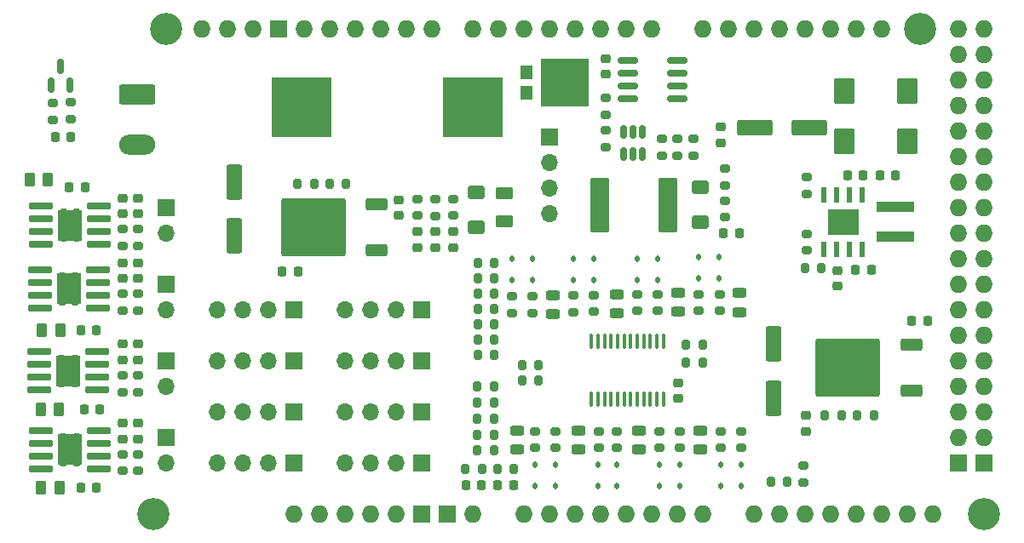
<source format=gbr>
%TF.GenerationSoftware,KiCad,Pcbnew,7.0.2*%
%TF.CreationDate,2023-07-19T21:42:15+02:00*%
%TF.ProjectId,RocciBoard,526f6363-6942-46f6-9172-642e6b696361,rev?*%
%TF.SameCoordinates,Original*%
%TF.FileFunction,Soldermask,Top*%
%TF.FilePolarity,Negative*%
%FSLAX46Y46*%
G04 Gerber Fmt 4.6, Leading zero omitted, Abs format (unit mm)*
G04 Created by KiCad (PCBNEW 7.0.2) date 2023-07-19 21:42:15*
%MOMM*%
%LPD*%
G01*
G04 APERTURE LIST*
G04 Aperture macros list*
%AMRoundRect*
0 Rectangle with rounded corners*
0 $1 Rounding radius*
0 $2 $3 $4 $5 $6 $7 $8 $9 X,Y pos of 4 corners*
0 Add a 4 corners polygon primitive as box body*
4,1,4,$2,$3,$4,$5,$6,$7,$8,$9,$2,$3,0*
0 Add four circle primitives for the rounded corners*
1,1,$1+$1,$2,$3*
1,1,$1+$1,$4,$5*
1,1,$1+$1,$6,$7*
1,1,$1+$1,$8,$9*
0 Add four rect primitives between the rounded corners*
20,1,$1+$1,$2,$3,$4,$5,0*
20,1,$1+$1,$4,$5,$6,$7,0*
20,1,$1+$1,$6,$7,$8,$9,0*
20,1,$1+$1,$8,$9,$2,$3,0*%
G04 Aperture macros list end*
%ADD10RoundRect,0.250000X0.850000X0.350000X-0.850000X0.350000X-0.850000X-0.350000X0.850000X-0.350000X0*%
%ADD11RoundRect,0.249997X2.950003X2.650003X-2.950003X2.650003X-2.950003X-2.650003X2.950003X-2.650003X0*%
%ADD12RoundRect,0.225000X-0.250000X0.225000X-0.250000X-0.225000X0.250000X-0.225000X0.250000X0.225000X0*%
%ADD13RoundRect,0.225000X-0.225000X-0.250000X0.225000X-0.250000X0.225000X0.250000X-0.225000X0.250000X0*%
%ADD14RoundRect,0.112500X-0.112500X0.187500X-0.112500X-0.187500X0.112500X-0.187500X0.112500X0.187500X0*%
%ADD15RoundRect,0.200000X0.275000X-0.200000X0.275000X0.200000X-0.275000X0.200000X-0.275000X-0.200000X0*%
%ADD16R,3.700000X1.100000*%
%ADD17RoundRect,0.250000X0.787500X1.025000X-0.787500X1.025000X-0.787500X-1.025000X0.787500X-1.025000X0*%
%ADD18RoundRect,0.100000X-0.100000X0.637500X-0.100000X-0.637500X0.100000X-0.637500X0.100000X0.637500X0*%
%ADD19R,1.700000X1.700000*%
%ADD20O,1.700000X1.700000*%
%ADD21RoundRect,0.200000X0.200000X0.275000X-0.200000X0.275000X-0.200000X-0.275000X0.200000X-0.275000X0*%
%ADD22RoundRect,0.150000X0.150000X-0.512500X0.150000X0.512500X-0.150000X0.512500X-0.150000X-0.512500X0*%
%ADD23RoundRect,0.112500X0.112500X-0.187500X0.112500X0.187500X-0.112500X0.187500X-0.112500X-0.187500X0*%
%ADD24RoundRect,0.200000X-0.275000X0.200000X-0.275000X-0.200000X0.275000X-0.200000X0.275000X0.200000X0*%
%ADD25RoundRect,0.250000X-0.550000X1.500000X-0.550000X-1.500000X0.550000X-1.500000X0.550000X1.500000X0*%
%ADD26RoundRect,0.218750X0.256250X-0.218750X0.256250X0.218750X-0.256250X0.218750X-0.256250X-0.218750X0*%
%ADD27RoundRect,0.218750X-0.256250X0.218750X-0.256250X-0.218750X0.256250X-0.218750X0.256250X0.218750X0*%
%ADD28RoundRect,0.200000X-0.200000X-0.275000X0.200000X-0.275000X0.200000X0.275000X-0.200000X0.275000X0*%
%ADD29RoundRect,0.250000X0.712500X2.475000X-0.712500X2.475000X-0.712500X-2.475000X0.712500X-2.475000X0*%
%ADD30RoundRect,0.250000X-0.262500X-0.450000X0.262500X-0.450000X0.262500X0.450000X-0.262500X0.450000X0*%
%ADD31RoundRect,0.243750X-0.456250X0.243750X-0.456250X-0.243750X0.456250X-0.243750X0.456250X0.243750X0*%
%ADD32RoundRect,0.218750X0.218750X0.256250X-0.218750X0.256250X-0.218750X-0.256250X0.218750X-0.256250X0*%
%ADD33RoundRect,0.250000X-1.550000X0.750000X-1.550000X-0.750000X1.550000X-0.750000X1.550000X0.750000X0*%
%ADD34O,3.600000X2.000000*%
%ADD35RoundRect,0.243750X0.456250X-0.243750X0.456250X0.243750X-0.456250X0.243750X-0.456250X-0.243750X0*%
%ADD36RoundRect,0.225000X0.250000X-0.225000X0.250000X0.225000X-0.250000X0.225000X-0.250000X-0.225000X0*%
%ADD37RoundRect,0.250000X0.600000X-0.400000X0.600000X0.400000X-0.600000X0.400000X-0.600000X-0.400000X0*%
%ADD38RoundRect,0.225000X0.225000X0.250000X-0.225000X0.250000X-0.225000X-0.250000X0.225000X-0.250000X0*%
%ADD39R,1.270000X1.400000*%
%ADD40R,4.720000X4.800000*%
%ADD41R,2.400000X3.100000*%
%ADD42RoundRect,0.070000X-1.100000X-0.250000X1.100000X-0.250000X1.100000X0.250000X-1.100000X0.250000X0*%
%ADD43C,0.770000*%
%ADD44RoundRect,0.150000X-0.825000X-0.150000X0.825000X-0.150000X0.825000X0.150000X-0.825000X0.150000X0*%
%ADD45RoundRect,0.250000X0.625000X-0.375000X0.625000X0.375000X-0.625000X0.375000X-0.625000X-0.375000X0*%
%ADD46RoundRect,0.250000X0.550000X-1.500000X0.550000X1.500000X-0.550000X1.500000X-0.550000X-1.500000X0*%
%ADD47RoundRect,0.250000X1.500000X0.550000X-1.500000X0.550000X-1.500000X-0.550000X1.500000X-0.550000X0*%
%ADD48RoundRect,0.150000X0.150000X-0.587500X0.150000X0.587500X-0.150000X0.587500X-0.150000X-0.587500X0*%
%ADD49R,6.000000X6.000000*%
%ADD50C,3.200000*%
%ADD51O,1.727200X1.727200*%
%ADD52R,1.727200X1.727200*%
%ADD53R,3.100000X2.600000*%
%ADD54R,0.600000X1.550000*%
G04 APERTURE END LIST*
D10*
%TO.C,U2*%
X209203000Y-116279000D03*
D11*
X202903000Y-113999000D03*
D10*
X209203000Y-111719000D03*
%TD*%
D12*
%TO.C,C7*%
X201834000Y-104295000D03*
X201834000Y-105845000D03*
%TD*%
D13*
%TO.C,C19*%
X168103000Y-125624000D03*
X169653000Y-125624000D03*
%TD*%
D14*
%TO.C,D11*%
X169544500Y-103154500D03*
X169544500Y-105254500D03*
%TD*%
D15*
%TO.C,R59*%
X130850000Y-108281000D03*
X130850000Y-106631000D03*
%TD*%
D16*
%TO.C,L1*%
X207634000Y-100970000D03*
X207634000Y-97970000D03*
%TD*%
D17*
%TO.C,C4*%
X208746500Y-86470000D03*
X202521500Y-86470000D03*
%TD*%
D18*
%TO.C,U5*%
X184549500Y-111371000D03*
X183899500Y-111371000D03*
X183249500Y-111371000D03*
X182599500Y-111371000D03*
X181949500Y-111371000D03*
X181299500Y-111371000D03*
X180649500Y-111371000D03*
X179999500Y-111371000D03*
X179349500Y-111371000D03*
X178699500Y-111371000D03*
X178049500Y-111371000D03*
X177399500Y-111371000D03*
X177399500Y-117096000D03*
X178049500Y-117096000D03*
X178699500Y-117096000D03*
X179349500Y-117096000D03*
X179999500Y-117096000D03*
X180649500Y-117096000D03*
X181299500Y-117096000D03*
X181949500Y-117096000D03*
X182599500Y-117096000D03*
X183249500Y-117096000D03*
X183899500Y-117096000D03*
X184549500Y-117096000D03*
%TD*%
D19*
%TO.C,J13*%
X135128000Y-105674000D03*
D20*
X135128000Y-108214000D03*
%TD*%
D21*
%TO.C,R34*%
X167749500Y-103548500D03*
X166099500Y-103548500D03*
%TD*%
%TO.C,R3*%
X167749500Y-112692500D03*
X166099500Y-112692500D03*
%TD*%
D12*
%TO.C,C10*%
X198728000Y-118749000D03*
X198728000Y-120299000D03*
%TD*%
D22*
%TO.C,U4*%
X180558000Y-92760000D03*
X181508000Y-92760000D03*
X182458000Y-92760000D03*
X182458000Y-90485000D03*
X181508000Y-90485000D03*
X180558000Y-90485000D03*
%TD*%
D23*
%TO.C,D25*%
X184164000Y-125716000D03*
X184164000Y-123616000D03*
%TD*%
D24*
%TO.C,R62*%
X192292000Y-120319000D03*
X192292000Y-121969000D03*
%TD*%
D21*
%TO.C,R50*%
X167703000Y-122224000D03*
X166053000Y-122224000D03*
%TD*%
D15*
%TO.C,R22*%
X177672500Y-108410000D03*
X177672500Y-106760000D03*
%TD*%
D25*
%TO.C,C14*%
X141884400Y-95481000D03*
X141884400Y-100881000D03*
%TD*%
D26*
%TO.C,D18*%
X132374000Y-113211500D03*
X132374000Y-111636500D03*
%TD*%
D19*
%TO.C,J10*%
X135128000Y-98054000D03*
D20*
X135128000Y-100594000D03*
%TD*%
D15*
%TO.C,R7*%
X198834000Y-102295000D03*
X198834000Y-100645000D03*
%TD*%
D27*
%TO.C,D23*%
X130850000Y-97100000D03*
X130850000Y-98675000D03*
%TD*%
%TO.C,D6*%
X160078000Y-100436500D03*
X160078000Y-102011500D03*
%TD*%
D28*
%TO.C,R5*%
X198609000Y-104070000D03*
X200259000Y-104070000D03*
%TD*%
D24*
%TO.C,R6*%
X198834000Y-95045000D03*
X198834000Y-96695000D03*
%TD*%
D13*
%TO.C,C3*%
X203659000Y-104270000D03*
X205209000Y-104270000D03*
%TD*%
D29*
%TO.C,F9*%
X185003000Y-97774000D03*
X178228000Y-97774000D03*
%TD*%
D19*
%TO.C,J3*%
X147828000Y-118374000D03*
D20*
X145288000Y-118374000D03*
X142748000Y-118374000D03*
X140208000Y-118374000D03*
%TD*%
D30*
%TO.C,R45*%
X122659000Y-118086500D03*
X124484000Y-118086500D03*
%TD*%
D15*
%TO.C,R11*%
X181990500Y-108317500D03*
X181990500Y-106667500D03*
%TD*%
D23*
%TO.C,D30*%
X192292000Y-125716000D03*
X192292000Y-123616000D03*
%TD*%
D14*
%TO.C,D9*%
X175640500Y-103154500D03*
X175640500Y-105254500D03*
%TD*%
D13*
%TO.C,C20*%
X164903000Y-125624000D03*
X166453000Y-125624000D03*
%TD*%
D31*
%TO.C,F7*%
X176148500Y-120206500D03*
X176148500Y-122081500D03*
%TD*%
D32*
%TO.C,D17*%
X125665500Y-91024000D03*
X124090500Y-91024000D03*
%TD*%
D27*
%TO.C,D19*%
X130850000Y-111636500D03*
X130850000Y-113211500D03*
%TD*%
D24*
%TO.C,R29*%
X198478000Y-123719000D03*
X198478000Y-125369000D03*
%TD*%
D30*
%TO.C,R37*%
X122715500Y-125904000D03*
X124540500Y-125904000D03*
%TD*%
D26*
%TO.C,D28*%
X132374000Y-105107000D03*
X132374000Y-103532000D03*
%TD*%
D30*
%TO.C,R60*%
X122777000Y-110269500D03*
X124602000Y-110269500D03*
%TD*%
D27*
%TO.C,D14*%
X132374000Y-119500000D03*
X132374000Y-121075000D03*
%TD*%
D21*
%TO.C,R27*%
X167749500Y-106596500D03*
X166099500Y-106596500D03*
%TD*%
D33*
%TO.C,J1*%
X132278000Y-86824000D03*
D34*
X132278000Y-91824000D03*
%TD*%
D21*
%TO.C,R33*%
X167749500Y-105072500D03*
X166099500Y-105072500D03*
%TD*%
D14*
%TO.C,D10*%
X177672500Y-103154500D03*
X177672500Y-105254500D03*
%TD*%
D27*
%TO.C,D7*%
X161878000Y-100436500D03*
X161878000Y-102011500D03*
%TD*%
D14*
%TO.C,D1*%
X188086500Y-102954500D03*
X188086500Y-105054500D03*
%TD*%
D15*
%TO.C,R35*%
X130850000Y-124249000D03*
X130850000Y-122599000D03*
%TD*%
D12*
%TO.C,C22*%
X190278000Y-90049000D03*
X190278000Y-91599000D03*
%TD*%
D15*
%TO.C,R2*%
X188086500Y-108317500D03*
X188086500Y-106667500D03*
%TD*%
D24*
%TO.C,R46*%
X178180500Y-120319000D03*
X178180500Y-121969000D03*
%TD*%
D15*
%TO.C,R65*%
X178780000Y-92002500D03*
X178780000Y-90352500D03*
%TD*%
D19*
%TO.C,J8*%
X135128000Y-113294000D03*
D20*
X135128000Y-115834000D03*
%TD*%
D21*
%TO.C,R57*%
X167703000Y-119024000D03*
X166053000Y-119024000D03*
%TD*%
D27*
%TO.C,D8*%
X163678000Y-100436500D03*
X163678000Y-102011500D03*
%TD*%
D24*
%TO.C,R13*%
X187568000Y-91199000D03*
X187568000Y-92849000D03*
%TD*%
D35*
%TO.C,F5*%
X173608500Y-108630000D03*
X173608500Y-106755000D03*
%TD*%
D24*
%TO.C,R67*%
X190678000Y-94174000D03*
X190678000Y-95824000D03*
%TD*%
D21*
%TO.C,R24*%
X205477500Y-118744000D03*
X203827500Y-118744000D03*
%TD*%
D15*
%TO.C,R51*%
X132374000Y-101849000D03*
X132374000Y-100199000D03*
%TD*%
D19*
%TO.C,J4*%
X147828000Y-113278000D03*
D20*
X145288000Y-113278000D03*
X142748000Y-113278000D03*
X140208000Y-113278000D03*
%TD*%
D30*
%TO.C,R53*%
X121555500Y-95264000D03*
X123380500Y-95264000D03*
%TD*%
D26*
%TO.C,D22*%
X132374000Y-98675000D03*
X132374000Y-97100000D03*
%TD*%
D15*
%TO.C,R58*%
X132374000Y-108281000D03*
X132374000Y-106631000D03*
%TD*%
D36*
%TO.C,C6*%
X186054500Y-117053500D03*
X186054500Y-115503500D03*
%TD*%
D37*
%TO.C,D26*%
X165978000Y-100024000D03*
X165978000Y-96524000D03*
%TD*%
D15*
%TO.C,R43*%
X132374000Y-116385500D03*
X132374000Y-114735500D03*
%TD*%
D24*
%TO.C,R26*%
X184368000Y-91199000D03*
X184368000Y-92849000D03*
%TD*%
D38*
%TO.C,C15*%
X128226000Y-125904000D03*
X126676000Y-125904000D03*
%TD*%
D31*
%TO.C,F8*%
X182132000Y-120206500D03*
X182132000Y-122081500D03*
%TD*%
D21*
%TO.C,R32*%
X196877500Y-125275000D03*
X195227500Y-125275000D03*
%TD*%
%TO.C,R56*%
X167703000Y-117424000D03*
X166053000Y-117424000D03*
%TD*%
D19*
%TO.C,J14*%
X160514000Y-108198000D03*
D20*
X157974000Y-108198000D03*
X155434000Y-108198000D03*
X152894000Y-108198000D03*
%TD*%
D14*
%TO.C,D4*%
X181944500Y-103154500D03*
X181944500Y-105254500D03*
%TD*%
D23*
%TO.C,D31*%
X190260000Y-125716000D03*
X190260000Y-123616000D03*
%TD*%
D15*
%TO.C,R36*%
X132374000Y-124249000D03*
X132374000Y-122599000D03*
%TD*%
%TO.C,R42*%
X125665500Y-89246000D03*
X125665500Y-87596000D03*
%TD*%
D39*
%TO.C,D32*%
X170913000Y-86664000D03*
X170913000Y-84584000D03*
D40*
X174718000Y-85624000D03*
%TD*%
D24*
%TO.C,R66*%
X190678000Y-97374000D03*
X190678000Y-99024000D03*
%TD*%
D38*
%TO.C,C21*%
X207609000Y-94870000D03*
X206059000Y-94870000D03*
%TD*%
D35*
%TO.C,F1*%
X192150500Y-108430000D03*
X192150500Y-106555000D03*
%TD*%
D37*
%TO.C,D27*%
X188228000Y-99524000D03*
X188228000Y-96024000D03*
%TD*%
D21*
%TO.C,R9*%
X188466500Y-111693500D03*
X186816500Y-111693500D03*
%TD*%
D38*
%TO.C,C17*%
X127053000Y-96026000D03*
X125503000Y-96026000D03*
%TD*%
D10*
%TO.C,U3*%
X156078000Y-102304000D03*
D11*
X149778000Y-100024000D03*
D10*
X156078000Y-97744000D03*
%TD*%
D15*
%TO.C,R16*%
X160078000Y-98849000D03*
X160078000Y-97199000D03*
%TD*%
D19*
%TO.C,J2*%
X147828000Y-123454000D03*
D20*
X145288000Y-123454000D03*
X142748000Y-123454000D03*
X140208000Y-123454000D03*
%TD*%
D14*
%TO.C,D12*%
X171576500Y-103154500D03*
X171576500Y-105254500D03*
%TD*%
D41*
%TO.C,U9*%
X125456000Y-106121500D03*
D42*
X122581000Y-104216500D03*
X122581000Y-105486500D03*
X122581000Y-106756500D03*
X122581000Y-108026500D03*
X128331000Y-108026500D03*
X128331000Y-106756500D03*
X128331000Y-105486500D03*
X128331000Y-104216500D03*
D43*
X124806000Y-104821500D03*
X124806000Y-106121500D03*
X124806000Y-107421500D03*
X126106000Y-104821500D03*
X126106000Y-106121500D03*
X126106000Y-107421500D03*
%TD*%
D41*
%TO.C,U7*%
X125404000Y-114306500D03*
D42*
X122529000Y-112401500D03*
X122529000Y-113671500D03*
X122529000Y-114941500D03*
X122529000Y-116211500D03*
X128279000Y-116211500D03*
X128279000Y-114941500D03*
X128279000Y-113671500D03*
X128279000Y-112401500D03*
D43*
X124754000Y-113006500D03*
X124754000Y-114306500D03*
X124754000Y-115606500D03*
X126054000Y-113006500D03*
X126054000Y-114306500D03*
X126054000Y-115606500D03*
%TD*%
D24*
%TO.C,R54*%
X184164000Y-120319000D03*
X184164000Y-121969000D03*
%TD*%
D13*
%TO.C,C9*%
X209228000Y-109274000D03*
X210778000Y-109274000D03*
%TD*%
D23*
%TO.C,D15*%
X173830500Y-125716000D03*
X173830500Y-123616000D03*
%TD*%
D15*
%TO.C,R30*%
X171544500Y-108517500D03*
X171544500Y-106867500D03*
%TD*%
D13*
%TO.C,C13*%
X146663000Y-104424000D03*
X148213000Y-104424000D03*
%TD*%
D19*
%TO.C,J5*%
X147828000Y-108214000D03*
D20*
X145288000Y-108214000D03*
X142748000Y-108214000D03*
X140208000Y-108214000D03*
%TD*%
D19*
%TO.C,J12*%
X173228000Y-90984000D03*
D20*
X173228000Y-93524000D03*
X173228000Y-96064000D03*
X173228000Y-98604000D03*
%TD*%
D44*
%TO.C,Q1*%
X181003000Y-83369000D03*
X181003000Y-84639000D03*
X181003000Y-85909000D03*
X181003000Y-87179000D03*
X185953000Y-87179000D03*
X185953000Y-85909000D03*
X185953000Y-84639000D03*
X185953000Y-83369000D03*
%TD*%
D21*
%TO.C,R49*%
X167703000Y-120624000D03*
X166053000Y-120624000D03*
%TD*%
D19*
%TO.C,J11*%
X160528000Y-113278000D03*
D20*
X157988000Y-113278000D03*
X155448000Y-113278000D03*
X152908000Y-113278000D03*
%TD*%
D21*
%TO.C,R12*%
X167749500Y-109644500D03*
X166099500Y-109644500D03*
%TD*%
D45*
%TO.C,F11*%
X168728000Y-99424000D03*
X168728000Y-96624000D03*
%TD*%
D24*
%TO.C,R47*%
X179958500Y-120319000D03*
X179958500Y-121969000D03*
%TD*%
D23*
%TO.C,D20*%
X179958500Y-125716000D03*
X179958500Y-123616000D03*
%TD*%
D17*
%TO.C,C5*%
X208746500Y-91470000D03*
X202521500Y-91470000D03*
%TD*%
D23*
%TO.C,D24*%
X186196000Y-125716000D03*
X186196000Y-123616000D03*
%TD*%
D24*
%TO.C,R14*%
X178780000Y-87152500D03*
X178780000Y-88802500D03*
%TD*%
D23*
%TO.C,D16*%
X171830500Y-125716000D03*
X171830500Y-123616000D03*
%TD*%
D24*
%TO.C,R61*%
X190252500Y-120319000D03*
X190252500Y-121969000D03*
%TD*%
D19*
%TO.C,J6*%
X135128000Y-120914000D03*
D20*
X135128000Y-123454000D03*
%TD*%
D15*
%TO.C,R18*%
X163678000Y-98849000D03*
X163678000Y-97199000D03*
%TD*%
D41*
%TO.C,U8*%
X125579000Y-99804500D03*
D42*
X122704000Y-97899500D03*
X122704000Y-99169500D03*
X122704000Y-100439500D03*
X122704000Y-101709500D03*
X128454000Y-101709500D03*
X128454000Y-100439500D03*
X128454000Y-99169500D03*
X128454000Y-97899500D03*
D43*
X124929000Y-98504500D03*
X124929000Y-99804500D03*
X124929000Y-101104500D03*
X126229000Y-98504500D03*
X126229000Y-99804500D03*
X126229000Y-101104500D03*
%TD*%
D23*
%TO.C,D21*%
X178034000Y-125716000D03*
X178034000Y-123616000D03*
%TD*%
D46*
%TO.C,C11*%
X195478000Y-117024000D03*
X195478000Y-111624000D03*
%TD*%
D13*
%TO.C,C2*%
X202859000Y-94870000D03*
X204409000Y-94870000D03*
%TD*%
D19*
%TO.C,J7*%
X160528000Y-123454000D03*
D20*
X157988000Y-123454000D03*
X155448000Y-123454000D03*
X152908000Y-123454000D03*
%TD*%
D24*
%TO.C,R39*%
X173862500Y-120285000D03*
X173862500Y-121935000D03*
%TD*%
D21*
%TO.C,R63*%
X172130500Y-115232500D03*
X170480500Y-115232500D03*
%TD*%
%TO.C,R4*%
X172130500Y-113708500D03*
X170480500Y-113708500D03*
%TD*%
D14*
%TO.C,D2*%
X190118500Y-102954500D03*
X190118500Y-105054500D03*
%TD*%
D15*
%TO.C,R19*%
X185968000Y-92849000D03*
X185968000Y-91199000D03*
%TD*%
D26*
%TO.C,D13*%
X130850000Y-121075000D03*
X130850000Y-119500000D03*
%TD*%
D21*
%TO.C,R40*%
X166503000Y-124024000D03*
X164853000Y-124024000D03*
%TD*%
D47*
%TO.C,C1*%
X199034000Y-90070000D03*
X193634000Y-90070000D03*
%TD*%
D48*
%TO.C,Q2*%
X123699500Y-85865500D03*
X125599500Y-85865500D03*
X124649500Y-83990500D03*
%TD*%
D21*
%TO.C,R21*%
X149834000Y-95641000D03*
X148184000Y-95641000D03*
%TD*%
D15*
%TO.C,R10*%
X184022500Y-108317500D03*
X184022500Y-106667500D03*
%TD*%
D21*
%TO.C,R25*%
X153034000Y-95641000D03*
X151384000Y-95641000D03*
%TD*%
D14*
%TO.C,D5*%
X183944500Y-103154500D03*
X183944500Y-105254500D03*
%TD*%
D21*
%TO.C,R64*%
X167703000Y-115824000D03*
X166053000Y-115824000D03*
%TD*%
D15*
%TO.C,R17*%
X161878000Y-98889000D03*
X161878000Y-97239000D03*
%TD*%
%TO.C,R23*%
X175640500Y-108439000D03*
X175640500Y-106789000D03*
%TD*%
D31*
%TO.C,F10*%
X188252500Y-120206500D03*
X188252500Y-122081500D03*
%TD*%
D15*
%TO.C,R31*%
X169544500Y-108517500D03*
X169544500Y-106867500D03*
%TD*%
%TO.C,R1*%
X190144500Y-108317500D03*
X190144500Y-106667500D03*
%TD*%
D21*
%TO.C,R8*%
X188466500Y-113471500D03*
X186816500Y-113471500D03*
%TD*%
D49*
%TO.C,F2*%
X148578000Y-88024000D03*
X165578000Y-88024000D03*
%TD*%
D24*
%TO.C,R55*%
X186196000Y-120319000D03*
X186196000Y-121969000D03*
%TD*%
D50*
%TO.C,XA1*%
X133858000Y-128524000D03*
X135128000Y-80264000D03*
D51*
X147828000Y-128524000D03*
D50*
X210058000Y-80264000D03*
X216408000Y-128524000D03*
D51*
X155448000Y-128524000D03*
X157988000Y-128524000D03*
X213868000Y-80264000D03*
X216408000Y-80264000D03*
X170688000Y-128524000D03*
X173228000Y-128524000D03*
X175768000Y-128524000D03*
X178308000Y-128524000D03*
X180848000Y-128524000D03*
X183388000Y-128524000D03*
X185928000Y-128524000D03*
X188468000Y-128524000D03*
X193548000Y-128524000D03*
X196088000Y-128524000D03*
X198628000Y-128524000D03*
X201168000Y-128524000D03*
X203708000Y-128524000D03*
X206248000Y-128524000D03*
X208788000Y-128524000D03*
X211328000Y-128524000D03*
X143764000Y-80264000D03*
X183388000Y-80264000D03*
X180848000Y-80264000D03*
X178308000Y-80264000D03*
X175768000Y-80264000D03*
X173228000Y-80264000D03*
X170688000Y-80264000D03*
X168148000Y-80264000D03*
X165608000Y-80264000D03*
X161544000Y-80264000D03*
X159004000Y-80264000D03*
X156464000Y-80264000D03*
X153924000Y-80264000D03*
X151384000Y-80264000D03*
X148844000Y-80264000D03*
X188468000Y-80264000D03*
X191008000Y-80264000D03*
X193548000Y-80264000D03*
X196088000Y-80264000D03*
X198628000Y-80264000D03*
X201168000Y-80264000D03*
X203708000Y-80264000D03*
X206248000Y-80264000D03*
X213868000Y-82804000D03*
X216408000Y-82804000D03*
X213868000Y-85344000D03*
X216408000Y-85344000D03*
X213868000Y-87884000D03*
X216408000Y-87884000D03*
X213868000Y-90424000D03*
X216408000Y-90424000D03*
X213868000Y-92964000D03*
X216408000Y-92964000D03*
X213868000Y-95504000D03*
X216408000Y-95504000D03*
X213868000Y-98044000D03*
X216408000Y-98044000D03*
X213868000Y-100584000D03*
X216408000Y-100584000D03*
X213868000Y-103124000D03*
X216408000Y-103124000D03*
X213868000Y-105664000D03*
X216408000Y-105664000D03*
X213868000Y-108204000D03*
X216408000Y-108204000D03*
X213868000Y-110744000D03*
X216408000Y-110744000D03*
X213868000Y-113284000D03*
X216408000Y-113284000D03*
X213868000Y-115824000D03*
X216408000Y-115824000D03*
X213868000Y-118364000D03*
X216408000Y-118364000D03*
X213868000Y-120904000D03*
X216408000Y-120904000D03*
D52*
X146304000Y-80264000D03*
X160528000Y-128524000D03*
X163068000Y-128524000D03*
X213868000Y-123444000D03*
X216408000Y-123444000D03*
D51*
X150368000Y-128524000D03*
X152908000Y-128524000D03*
X138684000Y-80264000D03*
X141224000Y-80264000D03*
X165608000Y-128524000D03*
%TD*%
D15*
%TO.C,R44*%
X130850000Y-116385500D03*
X130850000Y-114735500D03*
%TD*%
D24*
%TO.C,R38*%
X171830500Y-120319000D03*
X171830500Y-121969000D03*
%TD*%
D12*
%TO.C,C12*%
X158278000Y-97249000D03*
X158278000Y-98799000D03*
%TD*%
D53*
%TO.C,U1*%
X202434000Y-99470000D03*
D54*
X204339000Y-96770000D03*
X203069000Y-96770000D03*
X201799000Y-96770000D03*
X200529000Y-96770000D03*
X200529000Y-102170000D03*
X201799000Y-102170000D03*
X203069000Y-102170000D03*
X204339000Y-102170000D03*
%TD*%
D21*
%TO.C,R28*%
X167749500Y-108120500D03*
X166099500Y-108120500D03*
%TD*%
%TO.C,R15*%
X167749500Y-111168500D03*
X166099500Y-111168500D03*
%TD*%
D15*
%TO.C,R52*%
X130850000Y-101849000D03*
X130850000Y-100199000D03*
%TD*%
D35*
%TO.C,F4*%
X179944500Y-108551500D03*
X179944500Y-106676500D03*
%TD*%
D27*
%TO.C,D29*%
X130850000Y-103532000D03*
X130850000Y-105107000D03*
%TD*%
D38*
%TO.C,C16*%
X128171000Y-110269500D03*
X126621000Y-110269500D03*
%TD*%
%TO.C,C18*%
X128527000Y-118086500D03*
X126977000Y-118086500D03*
%TD*%
D21*
%TO.C,R20*%
X202244000Y-118744000D03*
X200594000Y-118744000D03*
%TD*%
D13*
%TO.C,C23*%
X190528000Y-100624000D03*
X192078000Y-100624000D03*
%TD*%
D31*
%TO.C,F6*%
X170052500Y-120206500D03*
X170052500Y-122081500D03*
%TD*%
D35*
%TO.C,F3*%
X186054500Y-108376000D03*
X186054500Y-106501000D03*
%TD*%
D19*
%TO.C,J9*%
X160528000Y-118374000D03*
D20*
X157988000Y-118374000D03*
X155448000Y-118374000D03*
X152908000Y-118374000D03*
%TD*%
D41*
%TO.C,U6*%
X125548000Y-122124000D03*
D42*
X122673000Y-120219000D03*
X122673000Y-121489000D03*
X122673000Y-122759000D03*
X122673000Y-124029000D03*
X128423000Y-124029000D03*
X128423000Y-122759000D03*
X128423000Y-121489000D03*
X128423000Y-120219000D03*
D43*
X124898000Y-120824000D03*
X124898000Y-122124000D03*
X124898000Y-123424000D03*
X126198000Y-120824000D03*
X126198000Y-122124000D03*
X126198000Y-123424000D03*
%TD*%
D21*
%TO.C,R41*%
X169703000Y-124024000D03*
X168053000Y-124024000D03*
%TD*%
D24*
%TO.C,R48*%
X123887500Y-87659000D03*
X123887500Y-89309000D03*
%TD*%
D36*
%TO.C,C8*%
X178780000Y-84752500D03*
X178780000Y-83202500D03*
%TD*%
M02*

</source>
